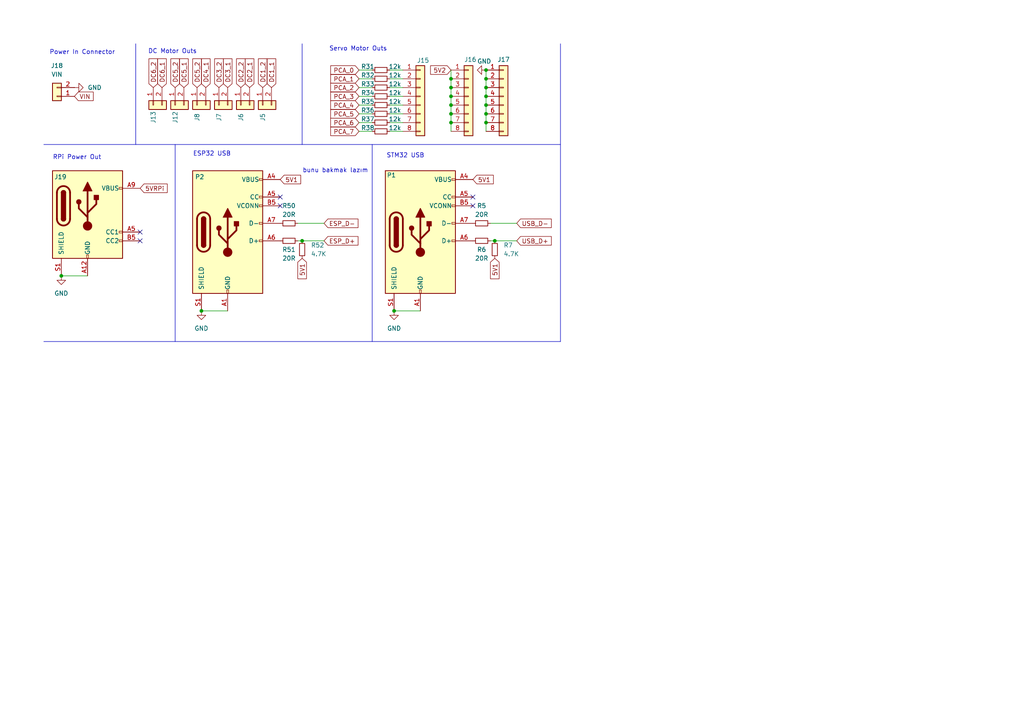
<source format=kicad_sch>
(kicad_sch (version 20231120) (generator "eeschema") (generator_version "8.0")
  (paper "A4")
  (lib_symbols
    (symbol "Connector:USB_C_Plug_USB2.0" (pin_names (offset 1.016))
      (property "Reference" "P" (at -10.16 19.05 0))
      (property "Value" "USB_C_Plug_USB2.0" (at 12.7 19.05 0))
      (symbol "USB_C_Plug_USB2.0_0_0"
        (rectangle (start -0.254 -17.78) (end 0.254 -16.764))
        (rectangle (start 10.16 -2.286) (end 9.144 -2.794))
        (rectangle (start 10.16 2.794) (end 9.144 2.286))
        (rectangle (start 10.16 7.874) (end 9.144 7.366))
        (rectangle (start 10.16 10.414) (end 9.144 9.906))
        (rectangle (start 10.16 15.494) (end 9.144 14.986))
      )
      (symbol "USB_C_Plug_USB2.0_0_1"
        (rectangle (start -10.16 17.78) (end 10.16 -17.78) (stroke (width 0.254)) (fill (type background)))
        (arc (start -8.89 -3.81) (mid -6.985 -5.7067) (end -5.08 -3.81) (stroke (width 0.508)))
        (arc (start -7.62 -3.81) (mid -6.985 -4.4423) (end -6.35 -3.81) (stroke (width 0.254)))
        (arc (start -7.62 -3.81) (mid -6.985 -4.4423) (end -6.35 -3.81) (stroke (width 0.254)) (fill (type outline)))
        (rectangle (start -7.62 -3.81) (end -6.35 3.81) (stroke (width 0.254)) (fill (type outline)))
        (arc (start -6.35 3.81) (mid -6.985 4.4423) (end -7.62 3.81) (stroke (width 0.254)))
        (arc (start -6.35 3.81) (mid -6.985 4.4423) (end -7.62 3.81) (stroke (width 0.254)) (fill (type outline)))
        (arc (start -5.08 3.81) (mid -6.985 5.7067) (end -8.89 3.81) (stroke (width 0.508)))
        (circle (center -2.54 1.143) (radius 0.635) (stroke (width 0.254)) (fill (type outline)))
        (circle (center 0 -5.842) (radius 1.27) (fill (type outline)))
        (polyline (pts (xy -8.89 -3.81) (xy -8.89 3.81)) (stroke (width 0.508)))
        (polyline (pts (xy -5.08 3.81) (xy -5.08 -3.81)) (stroke (width 0.508)))
        (polyline (pts (xy 0 -5.842) (xy 0 4.318)) (stroke (width 0.508)))
        (polyline (pts (xy 0 -3.302) (xy -2.54 -0.762) (xy -2.54 0.508)) (stroke (width 0.508)))
        (polyline (pts (xy 0 -2.032) (xy 2.54 0.508) (xy 2.54 1.778)) (stroke (width 0.508)))
        (polyline (pts (xy -1.27 4.318) (xy 0 6.858) (xy 1.27 4.318) (xy -1.27 4.318)) (stroke (width 0.254)) (fill (type outline)))
        (rectangle (start 1.905 1.778) (end 3.175 3.048) (stroke (width 0.254)) (fill (type outline)))
      )
      (symbol "USB_C_Plug_USB2.0_1_1"
        (pin passive line (at 0 -22.86 90) (length 5.08) (name "GND") (number "A1"))
        (pin passive line (at 0 -22.86 90) (length 5.08) hide (name "GND") (number "A12"))
        (pin passive line (at 15.24 15.24 180) (length 5.08) (name "VBUS") (number "A4"))
        (pin bidirectional line (at 15.24 10.16 180) (length 5.08) (name "CC") (number "A5"))
        (pin bidirectional line (at 15.24 -2.54 180) (length 5.08) (name "D+") (number "A6"))
        (pin bidirectional line (at 15.24 2.54 180) (length 5.08) (name "D-") (number "A7"))
        (pin passive line (at 15.24 15.24 180) (length 5.08) hide (name "VBUS") (number "A9"))
        (pin passive line (at 0 -22.86 90) (length 5.08) hide (name "GND") (number "B1"))
        (pin passive line (at 0 -22.86 90) (length 5.08) hide (name "GND") (number "B12"))
        (pin passive line (at 15.24 15.24 180) (length 5.08) hide (name "VBUS") (number "B4"))
        (pin bidirectional line (at 15.24 7.62 180) (length 5.08) (name "VCONN") (number "B5"))
        (pin passive line (at 15.24 15.24 180) (length 5.08) hide (name "VBUS") (number "B9"))
        (pin passive line (at -7.62 -22.86 90) (length 5.08) (name "SHIELD") (number "S1"))
      )
    )
    (symbol "Connector:USB_C_Receptacle_PowerOnly_6P" (pin_names (offset 1.016))
      (property "Reference" "J" (at 0 16.51 0))
      (property "Value" "USB_C_Receptacle_PowerOnly_6P" (at 0 13.97 0))
      (symbol "USB_C_Receptacle_PowerOnly_6P_0_0"
        (rectangle (start -0.254 -12.7) (end 0.254 -11.684))
        (rectangle (start 10.16 -7.366) (end 9.144 -7.874))
        (rectangle (start 10.16 -4.826) (end 9.144 -5.334))
        (rectangle (start 10.16 7.874) (end 9.144 7.366))
      )
      (symbol "USB_C_Receptacle_PowerOnly_6P_0_1"
        (rectangle (start -10.16 12.7) (end 10.16 -12.7) (stroke (width 0.254)) (fill (type background)))
        (arc (start -8.89 -1.27) (mid -6.985 -3.1667) (end -5.08 -1.27) (stroke (width 0.508)))
        (arc (start -7.62 -1.27) (mid -6.985 -1.9023) (end -6.35 -1.27) (stroke (width 0.254)))
        (arc (start -7.62 -1.27) (mid -6.985 -1.9023) (end -6.35 -1.27) (stroke (width 0.254)) (fill (type outline)))
        (rectangle (start -7.62 -1.27) (end -6.35 6.35) (stroke (width 0.254)) (fill (type outline)))
        (arc (start -6.35 6.35) (mid -6.985 6.9823) (end -7.62 6.35) (stroke (width 0.254)))
        (arc (start -6.35 6.35) (mid -6.985 6.9823) (end -7.62 6.35) (stroke (width 0.254)) (fill (type outline)))
        (arc (start -5.08 6.35) (mid -6.985 8.2467) (end -8.89 6.35) (stroke (width 0.508)))
        (circle (center -2.54 3.683) (radius 0.635) (stroke (width 0.254)) (fill (type outline)))
        (circle (center 0 -3.302) (radius 1.27) (fill (type outline)))
        (polyline (pts (xy -8.89 -1.27) (xy -8.89 6.35)) (stroke (width 0.508)))
        (polyline (pts (xy -5.08 6.35) (xy -5.08 -1.27)) (stroke (width 0.508)))
        (polyline (pts (xy 0 -3.302) (xy 0 6.858)) (stroke (width 0.508)))
        (polyline (pts (xy 0 -0.762) (xy -2.54 1.778) (xy -2.54 3.048)) (stroke (width 0.508)))
        (polyline (pts (xy 0 0.508) (xy 2.54 3.048) (xy 2.54 4.318)) (stroke (width 0.508)))
        (polyline (pts (xy -1.27 6.858) (xy 0 9.398) (xy 1.27 6.858) (xy -1.27 6.858)) (stroke (width 0.254)) (fill (type outline)))
        (rectangle (start 1.905 4.318) (end 3.175 5.588) (stroke (width 0.254)) (fill (type outline)))
      )
      (symbol "USB_C_Receptacle_PowerOnly_6P_1_1"
        (pin passive line (at 0 -17.78 90) (length 5.08) (name "GND") (number "A12"))
        (pin bidirectional line (at 15.24 -5.08 180) (length 5.08) (name "CC1") (number "A5"))
        (pin passive line (at 15.24 7.62 180) (length 5.08) (name "VBUS") (number "A9"))
        (pin passive line (at 0 -17.78 90) (length 5.08) hide (name "GND") (number "B12"))
        (pin bidirectional line (at 15.24 -7.62 180) (length 5.08) (name "CC2") (number "B5"))
        (pin passive line (at 15.24 7.62 180) (length 5.08) hide (name "VBUS") (number "B9"))
        (pin passive line (at -7.62 -17.78 90) (length 5.08) (name "SHIELD") (number "S1"))
      )
    )
    (symbol "Connector_Generic:Conn_01x02" (pin_names (offset 1.016) hide)
      (property "Reference" "J" (at 0 2.54 0))
      (property "Value" "Conn_01x02" (at 0 -5.08 0))
      (symbol "Conn_01x02_1_1"
        (rectangle (start -1.27 -2.413) (end 0 -2.667) (stroke (width 0.1524)))
        (rectangle (start -1.27 0.127) (end 0 -0.127) (stroke (width 0.1524)))
        (rectangle (start -1.27 1.27) (end 1.27 -3.81) (stroke (width 0.254)) (fill (type background)))
        (pin passive line (at -5.08 0 0) (length 3.81) (name "Pin_1") (number "1"))
        (pin passive line (at -5.08 -2.54 0) (length 3.81) (name "Pin_2") (number "2"))
      )
    )
    (symbol "Connector_Generic:Conn_01x08" (pin_names (offset 1.016) hide)
      (property "Reference" "J" (at 0 10.16 0))
      (property "Value" "Conn_01x08" (at 0 -12.7 0))
      (symbol "Conn_01x08_1_1"
        (rectangle (start -1.27 -10.033) (end 0 -10.287) (stroke (width 0.1524)))
        (rectangle (start -1.27 -7.493) (end 0 -7.747) (stroke (width 0.1524)))
        (rectangle (start -1.27 -4.953) (end 0 -5.207) (stroke (width 0.1524)))
        (rectangle (start -1.27 -2.413) (end 0 -2.667) (stroke (width 0.1524)))
        (rectangle (start -1.27 0.127) (end 0 -0.127) (stroke (width 0.1524)))
        (rectangle (start -1.27 2.667) (end 0 2.413) (stroke (width 0.1524)))
        (rectangle (start -1.27 5.207) (end 0 4.953) (stroke (width 0.1524)))
        (rectangle (start -1.27 7.747) (end 0 7.493) (stroke (width 0.1524)))
        (rectangle (start -1.27 8.89) (end 1.27 -11.43) (stroke (width 0.254)) (fill (type background)))
        (pin passive line (at -5.08 7.62 0) (length 3.81) (name "Pin_1") (number "1"))
        (pin passive line (at -5.08 5.08 0) (length 3.81) (name "Pin_2") (number "2"))
        (pin passive line (at -5.08 2.54 0) (length 3.81) (name "Pin_3") (number "3"))
        (pin passive line (at -5.08 0 0) (length 3.81) (name "Pin_4") (number "4"))
        (pin passive line (at -5.08 -2.54 0) (length 3.81) (name "Pin_5") (number "5"))
        (pin passive line (at -5.08 -5.08 0) (length 3.81) (name "Pin_6") (number "6"))
        (pin passive line (at -5.08 -7.62 0) (length 3.81) (name "Pin_7") (number "7"))
        (pin passive line (at -5.08 -10.16 0) (length 3.81) (name "Pin_8") (number "8"))
      )
    )
    (symbol "Device:R_Small" (pin_numbers hide) (pin_names (offset 0.254) hide)
      (property "Reference" "R" (at 0.762 0.508 0))
      (property "Value" "R_Small" (at 0.762 -1.016 0))
      (symbol "R_Small_0_1"
        (rectangle (start -0.762 1.778) (end 0.762 -1.778) (stroke (width 0.2032)))
      )
      (symbol "R_Small_1_1"
        (pin passive line (at 0 2.54 270) (length 0.762) (name "~") (number "1"))
        (pin passive line (at 0 -2.54 90) (length 0.762) (name "~") (number "2"))
      )
    )
    (symbol "power:GND" (power) (pin_numbers hide) (pin_names (offset 0) hide)
      (property "Value" "GND" (at 0 -3.81 0))
      (symbol "GND_0_1"
        (polyline (pts (xy 0 0) (xy 0 -1.27) (xy 1.27 -1.27) (xy 0 -2.54) (xy -1.27 -1.27) (xy 0 -1.27)))
      )
      (symbol "GND_1_1"
        (pin power_in line (at 0 0 270) (length 0) (name "~") (number "1"))
      )
    )
  )
  (junction (at 17.78 80.01))
  (junction (at 130.81 25.4))
  (junction (at 140.97 27.94))
  (junction (at 130.81 33.02))
  (junction (at 87.63 69.85))
  (junction (at 114.3 90.17))
  (junction (at 140.97 25.4))
  (junction (at 140.97 30.48))
  (junction (at 130.81 27.94))
  (junction (at 130.81 35.56))
  (junction (at 143.51 69.85))
  (junction (at 130.81 22.86))
  (junction (at 130.81 30.48))
  (junction (at 140.97 33.02))
  (junction (at 140.97 20.32))
  (junction (at 140.97 35.56))
  (junction (at 58.42 90.17))
  (junction (at 140.97 22.86))
  (no_connect (at 40.64 69.85))
  (no_connect (at 81.28 59.69))
  (no_connect (at 81.28 57.15))
  (no_connect (at 40.64 67.31))
  (no_connect (at 137.16 59.69))
  (no_connect (at 137.16 57.15))
  (wire (pts (xy 104.14 27.94) (xy 107.95 27.94)))
  (wire (pts (xy 113.03 27.94) (xy 116.84 27.94)))
  (polyline (pts (xy 107.95 41.91) (xy 107.95 99.06)))
  (wire (pts (xy 130.81 30.48) (xy 130.81 33.02)))
  (wire (pts (xy 130.81 35.56) (xy 130.81 38.1)))
  (wire (pts (xy 104.14 20.32) (xy 107.95 20.32)))
  (polyline (pts (xy 12.7 41.91) (xy 162.56 41.91)))
  (wire (pts (xy 140.97 25.4) (xy 140.97 27.94)))
  (wire (pts (xy 87.63 69.85) (xy 93.98 69.85)))
  (wire (pts (xy 17.78 80.01) (xy 25.4 80.01)))
  (wire (pts (xy 113.03 35.56) (xy 116.84 35.56)))
  (wire (pts (xy 58.42 90.17) (xy 66.04 90.17)))
  (wire (pts (xy 104.14 22.86) (xy 107.95 22.86)))
  (wire (pts (xy 140.97 30.48) (xy 140.97 33.02)))
  (wire (pts (xy 113.03 25.4) (xy 116.84 25.4)))
  (wire (pts (xy 104.14 35.56) (xy 107.95 35.56)))
  (wire (pts (xy 130.81 33.02) (xy 130.81 35.56)))
  (wire (pts (xy 130.81 25.4) (xy 130.81 27.94)))
  (polyline (pts (xy 87.63 12.7) (xy 87.63 41.91)))
  (wire (pts (xy 114.3 90.17) (xy 121.92 90.17)))
  (wire (pts (xy 113.03 20.32) (xy 116.84 20.32)))
  (wire (pts (xy 130.81 27.94) (xy 130.81 30.48)))
  (polyline (pts (xy 12.7 99.06) (xy 162.56 99.06)))
  (wire (pts (xy 140.97 20.32) (xy 140.97 22.86)))
  (wire (pts (xy 104.14 33.02) (xy 107.95 33.02)))
  (wire (pts (xy 140.97 27.94) (xy 140.97 30.48)))
  (wire (pts (xy 86.36 69.85) (xy 87.63 69.85)))
  (wire (pts (xy 130.81 22.86) (xy 130.81 25.4)))
  (wire (pts (xy 104.14 30.48) (xy 107.95 30.48)))
  (polyline (pts (xy 162.56 12.7) (xy 162.56 99.06)))
  (wire (pts (xy 140.97 22.86) (xy 140.97 25.4)))
  (wire (pts (xy 140.97 35.56) (xy 140.97 38.1)))
  (wire (pts (xy 140.97 33.02) (xy 140.97 35.56)))
  (wire (pts (xy 104.14 25.4) (xy 107.95 25.4)))
  (wire (pts (xy 113.03 22.86) (xy 116.84 22.86)))
  (polyline (pts (xy 50.8 41.91) (xy 50.8 99.06)))
  (wire (pts (xy 113.03 38.1) (xy 116.84 38.1)))
  (wire (pts (xy 130.81 20.32) (xy 130.81 22.86)))
  (wire (pts (xy 86.36 64.77) (xy 93.98 64.77)))
  (wire (pts (xy 113.03 33.02) (xy 116.84 33.02)))
  (wire (pts (xy 113.03 30.48) (xy 116.84 30.48)))
  (wire (pts (xy 142.24 69.85) (xy 143.51 69.85)))
  (polyline (pts (xy 39.37 12.7) (xy 39.37 41.91)))
  (wire (pts (xy 104.14 38.1) (xy 107.95 38.1)))
  (wire (pts (xy 142.24 64.77) (xy 149.86 64.77)))
  (wire (pts (xy 143.51 69.85) (xy 149.86 69.85)))
  (text "STM32 USB" (at 117.602 45.212 0) (effects (font (size 1.27 1.27))))
  (text "Servo Motor Outs" (at 103.886 14.224 0) (effects (font (size 1.27 1.27))))
  (text "DC Motor Outs" (at 50.038 14.986 0) (effects (font (size 1.27 1.27))))
  (text "RPi Power Out" (at 22.352 45.72 0) (effects (font (size 1.27 1.27))))
  (text "bunu bakmak lazım" (at 97.282 49.53 0) (effects (font (size 1.27 1.27))))
  (text "ESP32 USB" (at 61.468 44.704 0) (effects (font (size 1.27 1.27))))
  (text "Power In Connector" (at 23.876 15.24 0) (effects (font (size 1.27 1.27))))
  (global_label "DC2_2" (shape input) (at 69.85 25.4 90) (property "Intersheetrefs" "${INTERSHEET_REFS}" (effects (hide yes))))
  (global_label "USB_D-" (shape input) (at 149.86 64.77 0) (property "Intersheetrefs" "${INTERSHEET_REFS}" (effects (hide yes))))
  (global_label "USB_D+" (shape input) (at 149.86 69.85 0) (property "Intersheetrefs" "${INTERSHEET_REFS}" (effects (hide yes))))
  (global_label "5V1" (shape input) (at 87.63 74.93 270) (property "Intersheetrefs" "${INTERSHEET_REFS}" (effects (hide yes))))
  (global_label "PCA_3" (shape input) (at 104.14 27.94 180) (property "Intersheetrefs" "${INTERSHEET_REFS}" (effects (hide yes))))
  (global_label "5V1" (shape input) (at 81.28 52.07 0) (property "Intersheetrefs" "${INTERSHEET_REFS}" (effects (hide yes))))
  (global_label "PCA_7" (shape input) (at 104.14 38.1 180) (property "Intersheetrefs" "${INTERSHEET_REFS}" (effects (hide yes))))
  (global_label "PCA_0" (shape input) (at 104.14 20.32 180) (property "Intersheetrefs" "${INTERSHEET_REFS}" (effects (hide yes))))
  (global_label "PCA_5" (shape input) (at 104.14 33.02 180) (property "Intersheetrefs" "${INTERSHEET_REFS}" (effects (hide yes))))
  (global_label "5V1" (shape input) (at 143.51 74.93 270) (property "Intersheetrefs" "${INTERSHEET_REFS}" (effects (hide yes))))
  (global_label "DC1_1" (shape input) (at 78.74 25.4 90) (property "Intersheetrefs" "${INTERSHEET_REFS}" (effects (hide yes))))
  (global_label "DC3_1" (shape input) (at 66.04 25.4 90) (property "Intersheetrefs" "${INTERSHEET_REFS}" (effects (hide yes))))
  (global_label "DC5_2" (shape input) (at 50.8 25.4 90) (property "Intersheetrefs" "${INTERSHEET_REFS}" (effects (hide yes))))
  (global_label "5V1" (shape input) (at 137.16 52.07 0) (property "Intersheetrefs" "${INTERSHEET_REFS}" (effects (hide yes))))
  (global_label "DC4_1" (shape input) (at 59.69 25.4 90) (property "Intersheetrefs" "${INTERSHEET_REFS}" (effects (hide yes))))
  (global_label "ESP_D-" (shape input) (at 93.98 64.77 0) (property "Intersheetrefs" "${INTERSHEET_REFS}" (effects (hide yes))))
  (global_label "ESP_D+" (shape input) (at 93.98 69.85 0) (property "Intersheetrefs" "${INTERSHEET_REFS}" (effects (hide yes))))
  (global_label "DC2_1" (shape input) (at 72.39 25.4 90) (property "Intersheetrefs" "${INTERSHEET_REFS}" (effects (hide yes))))
  (global_label "5V2" (shape input) (at 130.81 20.32 180) (property "Intersheetrefs" "${INTERSHEET_REFS}" (effects (hide yes))))
  (global_label "PCA_6" (shape input) (at 104.14 35.56 180) (property "Intersheetrefs" "${INTERSHEET_REFS}" (effects (hide yes))))
  (global_label "DC6_1" (shape input) (at 46.99 25.4 90) (property "Intersheetrefs" "${INTERSHEET_REFS}" (effects (hide yes))))
  (global_label "DC1_2" (shape input) (at 76.2 25.4 90) (property "Intersheetrefs" "${INTERSHEET_REFS}" (effects (hide yes))))
  (global_label "PCA_4" (shape input) (at 104.14 30.48 180) (property "Intersheetrefs" "${INTERSHEET_REFS}" (effects (hide yes))))
  (global_label "DC5_2" (shape input) (at 57.15 25.4 90) (property "Intersheetrefs" "${INTERSHEET_REFS}" (effects (hide yes))))
  (global_label "DC6_2" (shape input) (at 44.45 25.4 90) (property "Intersheetrefs" "${INTERSHEET_REFS}" (effects (hide yes))))
  (global_label "PCA_1" (shape input) (at 104.14 22.86 180) (property "Intersheetrefs" "${INTERSHEET_REFS}" (effects (hide yes))))
  (global_label "VIN" (shape input) (at 21.59 27.94 0) (property "Intersheetrefs" "${INTERSHEET_REFS}" (effects (hide yes))))
  (global_label "DC3_2" (shape input) (at 63.5 25.4 90) (property "Intersheetrefs" "${INTERSHEET_REFS}" (effects (hide yes))))
  (global_label "PCA_2" (shape input) (at 104.14 25.4 180) (property "Intersheetrefs" "${INTERSHEET_REFS}" (effects (hide yes))))
  (global_label "DC5_1" (shape input) (at 53.34 25.4 90) (property "Intersheetrefs" "${INTERSHEET_REFS}" (effects (hide yes))))
  (global_label "5VRPi" (shape input) (at 40.64 54.61 0) (property "Intersheetrefs" "${INTERSHEET_REFS}" (effects (hide yes))))
  (symbol (lib_id "Device:R_Small") (at 110.49 22.86 270) (unit 1)
    (property "Reference" "R32" (at 106.68 21.844 90))
    (property "Value" "12k" (at 114.554 21.844 90))
    (property "Footprint" "Resistor_SMD:R_0805_2012Metric" (effects (hide yes)))
    (property "Description" "Resistor, small symbol" (effects (hide yes)))
  )
  (symbol (lib_id "Device:R_Small") (at 110.49 35.56 270) (unit 1)
    (property "Reference" "R37" (at 106.68 34.544 90))
    (property "Value" "12k" (at 114.554 34.544 90))
    (property "Footprint" "Resistor_SMD:R_0805_2012Metric" (effects (hide yes)))
    (property "Description" "Resistor, small symbol" (effects (hide yes)))
  )
  (symbol (lib_id "Device:R_Small") (at 139.7 69.85 90) (unit 1)
    (property "Reference" "R6" (at 139.7 72.39 90))
    (property "Value" "20R" (at 139.7 74.93 90))
    (property "Footprint" "Resistor_SMD:R_0805_2012Metric" (effects (hide yes)))
    (property "Description" "Resistor, small symbol" (effects (hide yes)))
  )
  (symbol (lib_id "Connector_Generic:Conn_01x02") (at 16.51 27.94 180) (unit 1)
    (property "Reference" "J18" (at 16.51 19.05 0))
    (property "Value" "VIN" (at 16.51 21.59 0))
    (property "Footprint" "Connector_AMASS:AMASS_XT60PW-F_1x02_P7.20mm_Horizontal" (effects (hide yes)))
    (property "Description" "Generic connector, single row, 01x02, script generated (kicad-library-utils/schlib/autogen/connector/)" (effects (hide yes)))
  )
  (symbol (lib_id "Connector_Generic:Conn_01x08") (at 135.89 27.94 0) (unit 1)
    (property "Reference" "J16" (at 134.62 17.272 0) (effects (justify left)))
    (property "Value" "Conn_01x08" (effects (hide yes)))
    (property "Description" "Generic connector, single row, 01x08, script generated (kicad-library-utils/schlib/autogen/connector/)" (effects (hide yes)))
  )
  (symbol (lib_id "Connector_Generic:Conn_01x08") (at 146.05 27.94 0) (unit 1)
    (property "Reference" "J17" (at 144.272 17.272 0) (effects (justify left)))
    (property "Value" "Conn_01x08" (effects (hide yes)))
    (property "Description" "Generic connector, single row, 01x08, script generated (kicad-library-utils/schlib/autogen/connector/)" (effects (hide yes)))
  )
  (symbol (lib_id "Connector_Generic:Conn_01x02") (at 57.15 30.48 90) (mirror x) (unit 1)
    (property "Reference" "J8" (at 57.15 34.036 0))
    (property "Value" "Conn_01x02" (effects (hide yes)))
    (property "Footprint" "Connector_JST:JST_XH_S2B-XH-A-1_1x02_P2.50mm_Horizontal" (effects (hide yes)))
    (property "Description" "Generic connector, single row, 01x02, script generated (kicad-library-utils/schlib/autogen/connector/)" (effects (hide yes)))
  )
  (symbol (lib_id "Device:R_Small") (at 143.51 72.39 180) (unit 1)
    (property "Reference" "R7" (at 146.05 71.1199 0) (effects (justify right)))
    (property "Value" "4.7K" (at 146.05 73.6599 0) (effects (justify right)))
    (property "Footprint" "Resistor_SMD:R_0805_2012Metric" (effects (hide yes)))
    (property "Description" "Resistor, small symbol" (effects (hide yes)))
  )
  (symbol (lib_id "Connector:USB_C_Plug_USB2.0") (at 121.92 67.31 0) (unit 1)
    (property "Reference" "P1" (at 113.538 50.8 0))
    (property "Value" "USB_C_Plug_USB2.0" (effects (hide yes)))
    (property "Datasheet" "https://www.usb.org/sites/default/files/documents/usb_type-c.zip" (effects (hide yes)))
    (property "Description" "USB 2.0-only Type-C Plug connector" (effects (hide yes)))
  )
  (symbol (lib_id "Device:R_Small") (at 110.49 20.32 270) (unit 1)
    (property "Reference" "R31" (at 106.68 19.304 90))
    (property "Value" "12k" (at 114.554 19.304 90))
    (property "Footprint" "Resistor_SMD:R_0805_2012Metric" (effects (hide yes)))
    (property "Description" "Resistor, small symbol" (effects (hide yes)))
  )
  (symbol (lib_id "Device:R_Small") (at 110.49 25.4 270) (unit 1)
    (property "Reference" "R33" (at 106.68 24.384 90))
    (property "Value" "12k" (at 114.554 24.384 90))
    (property "Footprint" "Resistor_SMD:R_0805_2012Metric" (effects (hide yes)))
    (property "Description" "Resistor, small symbol" (effects (hide yes)))
  )
  (symbol (lib_id "Device:R_Small") (at 110.49 30.48 270) (unit 1)
    (property "Reference" "R35" (at 106.68 29.464 90))
    (property "Value" "12k" (at 114.554 29.464 90))
    (property "Footprint" "Resistor_SMD:R_0805_2012Metric" (effects (hide yes)))
    (property "Description" "Resistor, small symbol" (effects (hide yes)))
  )
  (symbol (lib_id "power:GND") (at 21.59 25.4 90) (unit 1)
    (property "Reference" "#PWR046" (effects (hide yes)))
    (property "Value" "GND" (at 25.4 25.3999 90) (effects (justify right)))
    (property "Description" "Power symbol creates a global label with name \"GND\" , ground" (effects (hide yes)))
  )
  (symbol (lib_id "Device:R_Small") (at 87.63 72.39 180) (unit 1)
    (property "Reference" "R52" (at 90.17 71.1199 0) (effects (justify right)))
    (property "Value" "4.7K" (at 90.17 73.6599 0) (effects (justify right)))
    (property "Footprint" "Resistor_SMD:R_0805_2012Metric" (effects (hide yes)))
    (property "Description" "Resistor, small symbol" (effects (hide yes)))
  )
  (symbol (lib_id "Device:R_Small") (at 83.82 69.85 90) (unit 1)
    (property "Reference" "R51" (at 83.82 72.39 90))
    (property "Value" "20R" (at 83.82 74.93 90))
    (property "Footprint" "Resistor_SMD:R_0805_2012Metric" (effects (hide yes)))
    (property "Description" "Resistor, small symbol" (effects (hide yes)))
  )
  (symbol (lib_id "Connector:USB_C_Receptacle_PowerOnly_6P") (at 25.4 62.23 0) (unit 1)
    (property "Reference" "J19" (at 17.526 51.308 0))
    (property "Value" "USB_C_Receptacle_PowerOnly_6P" (effects (hide yes)))
    (property "Footprint" "Connector_USB:USB_C_Receptacle_GCT_USB4125-xx-x_6P_TopMnt_Horizontal" (effects (hide yes)))
    (property "Datasheet" "https://www.usb.org/sites/default/files/documents/usb_type-c.zip" (effects (hide yes)))
    (property "Description" "USB Power-Only 6P Type-C Receptacle connector" (effects (hide yes)))
  )
  (symbol (lib_id "Connector_Generic:Conn_01x02") (at 50.8 30.48 90) (mirror x) (unit 1)
    (property "Reference" "J12" (at 50.8 34.036 0))
    (property "Value" "Conn_01x02" (effects (hide yes)))
    (property "Footprint" "Connector_JST:JST_XH_S2B-XH-A-1_1x02_P2.50mm_Horizontal" (effects (hide yes)))
    (property "Description" "Generic connector, single row, 01x02, script generated (kicad-library-utils/schlib/autogen/connector/)" (effects (hide yes)))
  )
  (symbol (lib_id "Connector:USB_C_Plug_USB2.0") (at 66.04 67.31 0) (unit 1)
    (property "Reference" "P2" (at 57.912 51.308 0))
    (property "Value" "USB_C_Plug_USB2.0" (effects (hide yes)))
    (property "Datasheet" "https://www.usb.org/sites/default/files/documents/usb_type-c.zip" (effects (hide yes)))
    (property "Description" "USB 2.0-only Type-C Plug connector" (effects (hide yes)))
  )
  (symbol (lib_id "Connector_Generic:Conn_01x08") (at 121.92 27.94 0) (unit 1)
    (property "Reference" "J15" (at 120.904 17.526 0) (effects (justify left)))
    (property "Value" "Conn_01x08" (effects (hide yes)))
    (property "Footprint" "Connector_PinHeader_2.54mm:PinHeader_1x08_P2.54mm_Vertical" (effects (hide yes)))
    (property "Description" "Generic connector, single row, 01x08, script generated (kicad-library-utils/schlib/autogen/connector/)" (effects (hide yes)))
  )
  (symbol (lib_id "Device:R_Small") (at 110.49 33.02 270) (unit 1)
    (property "Reference" "R36" (at 106.68 32.004 90))
    (property "Value" "12k" (at 114.554 32.004 90))
    (property "Footprint" "Resistor_SMD:R_0805_2012Metric" (effects (hide yes)))
    (property "Description" "Resistor, small symbol" (effects (hide yes)))
  )
  (symbol (lib_id "Device:R_Small") (at 139.7 64.77 90) (unit 1)
    (property "Reference" "R5" (at 139.7 59.69 90))
    (property "Value" "20R" (at 139.7 62.23 90))
    (property "Footprint" "Resistor_SMD:R_0805_2012Metric" (effects (hide yes)))
    (property "Description" "Resistor, small symbol" (effects (hide yes)))
  )
  (symbol (lib_id "power:GND") (at 58.42 90.17 0) (unit 1)
    (property "Reference" "#PWR048" (effects (hide yes)))
    (property "Value" "GND" (at 58.42 95.25 0))
    (property "Description" "Power symbol creates a global label with name \"GND\" , ground" (effects (hide yes)))
  )
  (symbol (lib_id "Connector_Generic:Conn_01x02") (at 76.2 30.48 90) (mirror x) (unit 1)
    (property "Reference" "J5" (at 76.2 34.036 0))
    (property "Value" "Conn_01x02" (effects (hide yes)))
    (property "Footprint" "Connector_JST:JST_XH_S2B-XH-A-1_1x02_P2.50mm_Horizontal" (effects (hide yes)))
    (property "Description" "Generic connector, single row, 01x02, script generated (kicad-library-utils/schlib/autogen/connector/)" (effects (hide yes)))
  )
  (symbol (lib_id "power:GND") (at 114.3 90.17 0) (unit 1)
    (property "Reference" "#PWR011" (effects (hide yes)))
    (property "Value" "GND" (at 114.3 95.25 0))
    (property "Description" "Power symbol creates a global label with name \"GND\" , ground" (effects (hide yes)))
  )
  (symbol (lib_id "power:GND") (at 17.78 80.01 0) (unit 1)
    (property "Reference" "#PWR047" (effects (hide yes)))
    (property "Value" "GND" (at 17.78 85.09 0))
    (property "Description" "Power symbol creates a global label with name \"GND\" , ground" (effects (hide yes)))
  )
  (symbol (lib_id "Device:R_Small") (at 110.49 38.1 270) (unit 1)
    (property "Reference" "R38" (at 106.68 37.084 90))
    (property "Value" "12k" (at 114.554 37.084 90))
    (property "Footprint" "Resistor_SMD:R_0805_2012Metric" (effects (hide yes)))
    (property "Description" "Resistor, small symbol" (effects (hide yes)))
  )
  (symbol (lib_id "Connector_Generic:Conn_01x02") (at 63.5 30.48 90) (mirror x) (unit 1)
    (property "Reference" "J7" (at 63.5 34.036 0))
    (property "Value" "Conn_01x02" (effects (hide yes)))
    (property "Footprint" "Connector_JST:JST_XH_S2B-XH-A-1_1x02_P2.50mm_Horizontal" (effects (hide yes)))
    (property "Description" "Generic connector, single row, 01x02, script generated (kicad-library-utils/schlib/autogen/connector/)" (effects (hide yes)))
  )
  (symbol (lib_id "Device:R_Small") (at 110.49 27.94 270) (unit 1)
    (property "Reference" "R34" (at 106.68 26.924 90))
    (property "Value" "12k" (at 114.554 26.924 90))
    (property "Footprint" "Resistor_SMD:R_0805_2012Metric" (effects (hide yes)))
    (property "Description" "Resistor, small symbol" (effects (hide yes)))
  )
  (symbol (lib_id "Connector_Generic:Conn_01x02") (at 69.85 30.48 90) (mirror x) (unit 1)
    (property "Reference" "J6" (at 69.85 34.036 0))
    (property "Value" "Conn_01x02" (effects (hide yes)))
    (property "Footprint" "Connector_JST:JST_XH_S2B-XH-A-1_1x02_P2.50mm_Horizontal" (effects (hide yes)))
    (property "Description" "Generic connector, single row, 01x02, script generated (kicad-library-utils/schlib/autogen/connector/)" (effects (hide yes)))
  )
  (symbol (lib_id "Connector_Generic:Conn_01x02") (at 44.45 30.48 90) (mirror x) (unit 1)
    (property "Reference" "J13" (at 44.45 34.036 0))
    (property "Value" "Conn_01x02" (effects (hide yes)))
    (property "Footprint" "Connector_JST:JST_XH_S2B-XH-A-1_1x02_P2.50mm_Horizontal" (effects (hide yes)))
    (property "Description" "Generic connector, single row, 01x02, script generated (kicad-library-utils/schlib/autogen/connector/)" (effects (hide yes)))
  )
  (symbol (lib_id "Device:R_Small") (at 83.82 64.77 90) (unit 1)
    (property "Reference" "R50" (at 83.82 59.69 90))
    (property "Value" "20R" (at 83.82 62.23 90))
    (property "Footprint" "Resistor_SMD:R_0805_2012Metric" (effects (hide yes)))
    (property "Description" "Resistor, small symbol" (effects (hide yes)))
  )
  (symbol (lib_id "power:GND") (at 140.97 20.32 270) (unit 1)
    (property "Reference" "#PWR039" (effects (hide yes)))
    (property "Value" "GND" (at 142.494 17.78 90) (effects (justify right)))
    (property "Description" "Power symbol creates a global label with name \"GND\" , ground" (effects (hide yes)))
  )
)
</source>
